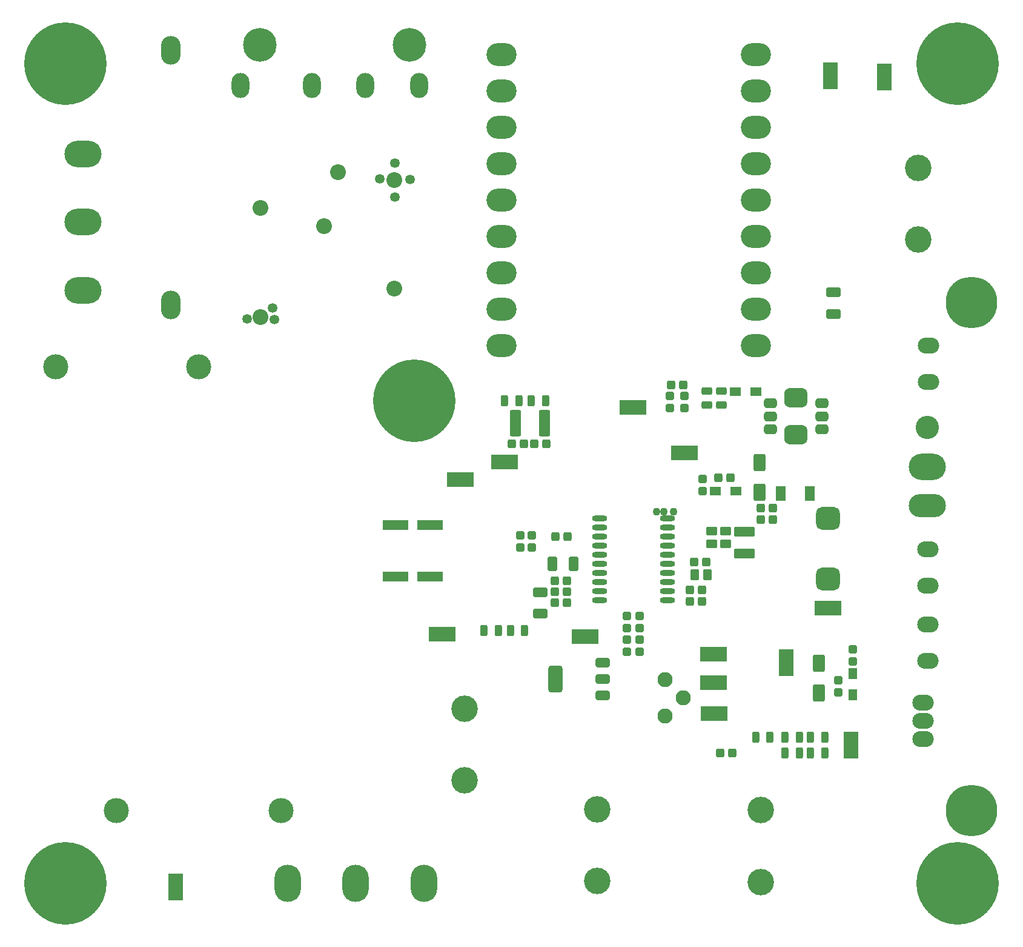
<source format=gts>
G04 Layer_Color=8388736*
%FSLAX25Y25*%
%MOIN*%
G70*
G01*
G75*
G04:AMPARAMS|DCode=87|XSize=63.12mil|YSize=47.37mil|CornerRadius=8.92mil|HoleSize=0mil|Usage=FLASHONLY|Rotation=90.000|XOffset=0mil|YOffset=0mil|HoleType=Round|Shape=RoundedRectangle|*
%AMROUNDEDRECTD87*
21,1,0.06312,0.02953,0,0,90.0*
21,1,0.04528,0.04737,0,0,90.0*
1,1,0.01784,0.01476,0.02264*
1,1,0.01784,0.01476,-0.02264*
1,1,0.01784,-0.01476,-0.02264*
1,1,0.01784,-0.01476,0.02264*
%
%ADD87ROUNDEDRECTD87*%
%ADD88R,0.07887X0.14579*%
G04:AMPARAMS|DCode=89|XSize=59.18mil|YSize=39.5mil|CornerRadius=7.94mil|HoleSize=0mil|Usage=FLASHONLY|Rotation=0.000|XOffset=0mil|YOffset=0mil|HoleType=Round|Shape=RoundedRectangle|*
%AMROUNDEDRECTD89*
21,1,0.05918,0.02362,0,0,0.0*
21,1,0.04331,0.03950,0,0,0.0*
1,1,0.01587,0.02165,-0.01181*
1,1,0.01587,-0.02165,-0.01181*
1,1,0.01587,-0.02165,0.01181*
1,1,0.01587,0.02165,0.01181*
%
%ADD89ROUNDEDRECTD89*%
G04:AMPARAMS|DCode=90|XSize=78.87mil|YSize=53.28mil|CornerRadius=9.66mil|HoleSize=0mil|Usage=FLASHONLY|Rotation=180.000|XOffset=0mil|YOffset=0mil|HoleType=Round|Shape=RoundedRectangle|*
%AMROUNDEDRECTD90*
21,1,0.07887,0.03396,0,0,180.0*
21,1,0.05955,0.05328,0,0,180.0*
1,1,0.01932,-0.02977,0.01698*
1,1,0.01932,0.02977,0.01698*
1,1,0.01932,0.02977,-0.01698*
1,1,0.01932,-0.02977,-0.01698*
%
%ADD90ROUNDEDRECTD90*%
G04:AMPARAMS|DCode=91|XSize=94.61mil|YSize=67.06mil|CornerRadius=11.38mil|HoleSize=0mil|Usage=FLASHONLY|Rotation=270.000|XOffset=0mil|YOffset=0mil|HoleType=Round|Shape=RoundedRectangle|*
%AMROUNDEDRECTD91*
21,1,0.09461,0.04429,0,0,270.0*
21,1,0.07185,0.06706,0,0,270.0*
1,1,0.02276,-0.02215,-0.03593*
1,1,0.02276,-0.02215,0.03593*
1,1,0.02276,0.02215,0.03593*
1,1,0.02276,0.02215,-0.03593*
%
%ADD91ROUNDEDRECTD91*%
%ADD92O,0.08280X0.03162*%
%ADD93R,0.14579X0.07887*%
G04:AMPARAMS|DCode=94|XSize=59.18mil|YSize=39.5mil|CornerRadius=7.94mil|HoleSize=0mil|Usage=FLASHONLY|Rotation=90.000|XOffset=0mil|YOffset=0mil|HoleType=Round|Shape=RoundedRectangle|*
%AMROUNDEDRECTD94*
21,1,0.05918,0.02362,0,0,90.0*
21,1,0.04331,0.03950,0,0,90.0*
1,1,0.01587,0.01181,0.02165*
1,1,0.01587,0.01181,-0.02165*
1,1,0.01587,-0.01181,-0.02165*
1,1,0.01587,-0.01181,0.02165*
%
%ADD94ROUNDEDRECTD94*%
G04:AMPARAMS|DCode=95|XSize=78.87mil|YSize=53.28mil|CornerRadius=9.66mil|HoleSize=0mil|Usage=FLASHONLY|Rotation=270.000|XOffset=0mil|YOffset=0mil|HoleType=Round|Shape=RoundedRectangle|*
%AMROUNDEDRECTD95*
21,1,0.07887,0.03396,0,0,270.0*
21,1,0.05955,0.05328,0,0,270.0*
1,1,0.01932,-0.01698,-0.02977*
1,1,0.01932,-0.01698,0.02977*
1,1,0.01932,0.01698,0.02977*
1,1,0.01932,0.01698,-0.02977*
%
%ADD95ROUNDEDRECTD95*%
G04:AMPARAMS|DCode=96|XSize=47.37mil|YSize=43.43mil|CornerRadius=8.43mil|HoleSize=0mil|Usage=FLASHONLY|Rotation=270.000|XOffset=0mil|YOffset=0mil|HoleType=Round|Shape=RoundedRectangle|*
%AMROUNDEDRECTD96*
21,1,0.04737,0.02658,0,0,270.0*
21,1,0.03051,0.04343,0,0,270.0*
1,1,0.01686,-0.01329,-0.01526*
1,1,0.01686,-0.01329,0.01526*
1,1,0.01686,0.01329,0.01526*
1,1,0.01686,0.01329,-0.01526*
%
%ADD96ROUNDEDRECTD96*%
G04:AMPARAMS|DCode=97|XSize=47.37mil|YSize=43.43mil|CornerRadius=8.43mil|HoleSize=0mil|Usage=FLASHONLY|Rotation=180.000|XOffset=0mil|YOffset=0mil|HoleType=Round|Shape=RoundedRectangle|*
%AMROUNDEDRECTD97*
21,1,0.04737,0.02658,0,0,180.0*
21,1,0.03051,0.04343,0,0,180.0*
1,1,0.01686,-0.01526,0.01329*
1,1,0.01686,0.01526,0.01329*
1,1,0.01686,0.01526,-0.01329*
1,1,0.01686,-0.01526,-0.01329*
%
%ADD97ROUNDEDRECTD97*%
%ADD98R,0.05682X0.08241*%
%ADD99R,0.14186X0.05524*%
G04:AMPARAMS|DCode=100|XSize=70.99mil|YSize=55.24mil|CornerRadius=15.81mil|HoleSize=0mil|Usage=FLASHONLY|Rotation=180.000|XOffset=0mil|YOffset=0mil|HoleType=Round|Shape=RoundedRectangle|*
%AMROUNDEDRECTD100*
21,1,0.07099,0.02362,0,0,180.0*
21,1,0.03937,0.05524,0,0,180.0*
1,1,0.03162,-0.01969,0.01181*
1,1,0.03162,0.01969,0.01181*
1,1,0.03162,0.01969,-0.01181*
1,1,0.03162,-0.01969,-0.01181*
%
%ADD100ROUNDEDRECTD100*%
G04:AMPARAMS|DCode=101|XSize=126.11mil|YSize=106.42mil|CornerRadius=28.61mil|HoleSize=0mil|Usage=FLASHONLY|Rotation=180.000|XOffset=0mil|YOffset=0mil|HoleType=Round|Shape=RoundedRectangle|*
%AMROUNDEDRECTD101*
21,1,0.12611,0.04921,0,0,180.0*
21,1,0.06890,0.10642,0,0,180.0*
1,1,0.05721,-0.03445,0.02461*
1,1,0.05721,0.03445,0.02461*
1,1,0.05721,0.03445,-0.02461*
1,1,0.05721,-0.03445,-0.02461*
%
%ADD101ROUNDEDRECTD101*%
%ADD102R,0.06076X0.04737*%
%ADD103R,0.04737X0.06076*%
G04:AMPARAMS|DCode=104|XSize=145.79mil|YSize=63.12mil|CornerRadius=10.89mil|HoleSize=0mil|Usage=FLASHONLY|Rotation=270.000|XOffset=0mil|YOffset=0mil|HoleType=Round|Shape=RoundedRectangle|*
%AMROUNDEDRECTD104*
21,1,0.14579,0.04134,0,0,270.0*
21,1,0.12402,0.06312,0,0,270.0*
1,1,0.02178,-0.02067,-0.06201*
1,1,0.02178,-0.02067,0.06201*
1,1,0.02178,0.02067,0.06201*
1,1,0.02178,0.02067,-0.06201*
%
%ADD104ROUNDEDRECTD104*%
G04:AMPARAMS|DCode=105|XSize=130.05mil|YSize=126.11mil|CornerRadius=33.53mil|HoleSize=0mil|Usage=FLASHONLY|Rotation=180.000|XOffset=0mil|YOffset=0mil|HoleType=Round|Shape=RoundedRectangle|*
%AMROUNDEDRECTD105*
21,1,0.13005,0.05906,0,0,180.0*
21,1,0.06299,0.12611,0,0,180.0*
1,1,0.06706,-0.03150,0.02953*
1,1,0.06706,0.03150,0.02953*
1,1,0.06706,0.03150,-0.02953*
1,1,0.06706,-0.03150,-0.02953*
%
%ADD105ROUNDEDRECTD105*%
G04:AMPARAMS|DCode=106|XSize=114.3mil|YSize=53.28mil|CornerRadius=9.66mil|HoleSize=0mil|Usage=FLASHONLY|Rotation=0.000|XOffset=0mil|YOffset=0mil|HoleType=Round|Shape=RoundedRectangle|*
%AMROUNDEDRECTD106*
21,1,0.11430,0.03396,0,0,0.0*
21,1,0.09498,0.05328,0,0,0.0*
1,1,0.01932,0.04749,-0.01698*
1,1,0.01932,-0.04749,-0.01698*
1,1,0.01932,-0.04749,0.01698*
1,1,0.01932,0.04749,0.01698*
%
%ADD106ROUNDEDRECTD106*%
G04:AMPARAMS|DCode=107|XSize=63.12mil|YSize=47.37mil|CornerRadius=8.92mil|HoleSize=0mil|Usage=FLASHONLY|Rotation=0.000|XOffset=0mil|YOffset=0mil|HoleType=Round|Shape=RoundedRectangle|*
%AMROUNDEDRECTD107*
21,1,0.06312,0.02953,0,0,0.0*
21,1,0.04528,0.04737,0,0,0.0*
1,1,0.01784,0.02264,-0.01476*
1,1,0.01784,-0.02264,-0.01476*
1,1,0.01784,-0.02264,0.01476*
1,1,0.01784,0.02264,0.01476*
%
%ADD107ROUNDEDRECTD107*%
G04:AMPARAMS|DCode=108|XSize=51.31mil|YSize=76.9mil|CornerRadius=9.41mil|HoleSize=0mil|Usage=FLASHONLY|Rotation=90.000|XOffset=0mil|YOffset=0mil|HoleType=Round|Shape=RoundedRectangle|*
%AMROUNDEDRECTD108*
21,1,0.05131,0.05807,0,0,90.0*
21,1,0.03248,0.07690,0,0,90.0*
1,1,0.01883,0.02904,0.01624*
1,1,0.01883,0.02904,-0.01624*
1,1,0.01883,-0.02904,-0.01624*
1,1,0.01883,-0.02904,0.01624*
%
%ADD108ROUNDEDRECTD108*%
G04:AMPARAMS|DCode=109|XSize=51.31mil|YSize=76.9mil|CornerRadius=9.41mil|HoleSize=0mil|Usage=FLASHONLY|Rotation=90.000|XOffset=0mil|YOffset=0mil|HoleType=Round|Shape=RoundedRectangle|*
%AMROUNDEDRECTD109*
21,1,0.05131,0.05807,0,0,90.0*
21,1,0.03248,0.07690,0,0,90.0*
1,1,0.01883,0.02904,0.01624*
1,1,0.01883,0.02904,-0.01624*
1,1,0.01883,-0.02904,-0.01624*
1,1,0.01883,-0.02904,0.01624*
%
%ADD109ROUNDEDRECTD109*%
G04:AMPARAMS|DCode=110|XSize=145.79mil|YSize=76.9mil|CornerRadius=12.61mil|HoleSize=0mil|Usage=FLASHONLY|Rotation=90.000|XOffset=0mil|YOffset=0mil|HoleType=Round|Shape=RoundedRectangle|*
%AMROUNDEDRECTD110*
21,1,0.14579,0.05167,0,0,90.0*
21,1,0.12057,0.07690,0,0,90.0*
1,1,0.02522,0.02584,0.06029*
1,1,0.02522,0.02584,-0.06029*
1,1,0.02522,-0.02584,-0.06029*
1,1,0.02522,-0.02584,0.06029*
%
%ADD110ROUNDEDRECTD110*%
%ADD111C,0.18517*%
%ADD112C,0.45370*%
%ADD113C,0.14579*%
%ADD114O,0.16548X0.12611*%
%ADD115O,0.20485X0.14579*%
%ADD116O,0.10800X0.15800*%
%ADD117C,0.08674*%
%ADD118O,0.09800X0.13800*%
%ADD119C,0.13800*%
%ADD120O,0.20485X0.14579*%
%ADD121C,0.12800*%
%ADD122O,0.20485X0.12800*%
%ADD123C,0.08300*%
%ADD124O,0.14579X0.20485*%
%ADD125C,0.28359*%
%ADD126O,0.11800X0.08800*%
%ADD127C,0.05300*%
%ADD128C,0.04300*%
D87*
X371257Y194500D02*
D03*
X378343D02*
D03*
D88*
X475500Y468300D02*
D03*
X421700Y146300D02*
D03*
X457100Y101000D02*
D03*
X446000Y468800D02*
D03*
X85500Y22900D02*
D03*
D89*
X385958Y295698D02*
D03*
Y287824D02*
D03*
X377958Y295635D02*
D03*
Y287761D02*
D03*
D90*
X447500Y337995D02*
D03*
Y349805D02*
D03*
X286100Y173094D02*
D03*
Y184906D02*
D03*
D91*
X406900Y239832D02*
D03*
Y256368D02*
D03*
X439700Y145968D02*
D03*
Y129432D02*
D03*
D92*
X356201Y180700D02*
D03*
Y185700D02*
D03*
Y190700D02*
D03*
Y195700D02*
D03*
Y200700D02*
D03*
Y205700D02*
D03*
Y210700D02*
D03*
Y215700D02*
D03*
Y220700D02*
D03*
Y225700D02*
D03*
X318799Y180700D02*
D03*
Y185700D02*
D03*
Y190700D02*
D03*
Y195700D02*
D03*
Y200700D02*
D03*
Y205700D02*
D03*
Y210700D02*
D03*
Y215700D02*
D03*
Y220700D02*
D03*
Y225700D02*
D03*
D93*
X365700Y261500D02*
D03*
X311000Y160600D02*
D03*
X266700Y256600D02*
D03*
X232300Y161800D02*
D03*
X242300Y246900D02*
D03*
X381800Y118200D02*
D03*
X381700Y150900D02*
D03*
X337200Y286500D02*
D03*
X381700Y135100D02*
D03*
X444700Y176100D02*
D03*
D94*
X277637Y163800D02*
D03*
X269763D02*
D03*
X289237Y290400D02*
D03*
X281363D02*
D03*
X263237Y163800D02*
D03*
X255363D02*
D03*
X274537Y290400D02*
D03*
X266663D02*
D03*
X412700Y105100D02*
D03*
X404826D02*
D03*
X442937D02*
D03*
X435063D02*
D03*
X428879D02*
D03*
X421005D02*
D03*
X428942Y96600D02*
D03*
X421068D02*
D03*
X442942D02*
D03*
X435068D02*
D03*
D95*
X292789Y200700D02*
D03*
X304600D02*
D03*
D96*
X300946Y179105D02*
D03*
X294253D02*
D03*
Y185105D02*
D03*
X300946D02*
D03*
X407453Y224900D02*
D03*
X414147D02*
D03*
X407453Y231200D02*
D03*
X414147D02*
D03*
X370953Y201500D02*
D03*
X377646D02*
D03*
X301247Y215500D02*
D03*
X294553D02*
D03*
X289647Y266600D02*
D03*
X282954D02*
D03*
X277246D02*
D03*
X270553D02*
D03*
X300946Y191105D02*
D03*
X294253D02*
D03*
X385154Y96600D02*
D03*
X391846D02*
D03*
X368653Y186100D02*
D03*
X375346D02*
D03*
X368653Y179900D02*
D03*
X375346D02*
D03*
X391052Y248000D02*
D03*
X384359D02*
D03*
X364809Y298969D02*
D03*
X358116D02*
D03*
D97*
X333800Y165158D02*
D03*
Y171852D02*
D03*
X275100Y216347D02*
D03*
Y209653D02*
D03*
X281700D02*
D03*
Y216347D02*
D03*
X458305Y147054D02*
D03*
Y153746D02*
D03*
X450305Y130053D02*
D03*
Y136747D02*
D03*
X375705Y240653D02*
D03*
Y247346D02*
D03*
X340800Y152158D02*
D03*
Y158852D02*
D03*
X333800D02*
D03*
Y152158D02*
D03*
X340800Y165158D02*
D03*
Y171851D02*
D03*
X357462Y292815D02*
D03*
Y286122D02*
D03*
X365462Y292815D02*
D03*
Y286122D02*
D03*
D98*
X434531Y239100D02*
D03*
X418469D02*
D03*
D99*
X206700Y193700D02*
D03*
X225598D02*
D03*
X206702Y222000D02*
D03*
X225600D02*
D03*
D100*
X441173Y274416D02*
D03*
Y281700D02*
D03*
Y288983D02*
D03*
X412827D02*
D03*
Y281700D02*
D03*
Y274416D02*
D03*
D101*
X427000Y271464D02*
D03*
Y291936D02*
D03*
D102*
X382496Y240500D02*
D03*
X393914D02*
D03*
X393588Y295300D02*
D03*
X405005D02*
D03*
D103*
X458305Y140109D02*
D03*
Y128691D02*
D03*
D104*
X288676Y277800D02*
D03*
X272534D02*
D03*
D105*
X444600Y192168D02*
D03*
Y225632D02*
D03*
D106*
X398700Y206395D02*
D03*
Y218205D02*
D03*
D107*
X380500Y211657D02*
D03*
Y218743D02*
D03*
X388200Y211557D02*
D03*
Y218643D02*
D03*
D108*
X320492Y128245D02*
D03*
D109*
Y137300D02*
D03*
Y146355D02*
D03*
D110*
X294508Y137300D02*
D03*
D111*
X131780Y485810D02*
D03*
X214220D02*
D03*
D112*
X216900Y290400D02*
D03*
X25005Y475500D02*
D03*
X515950D02*
D03*
Y25000D02*
D03*
X25005D02*
D03*
D113*
X244600Y81700D02*
D03*
Y121070D02*
D03*
X407600Y65085D02*
D03*
Y25715D02*
D03*
X494100Y418270D02*
D03*
Y378900D02*
D03*
X317500Y65585D02*
D03*
Y26215D02*
D03*
D114*
X404800Y400500D02*
D03*
X264800Y420500D02*
D03*
Y400500D02*
D03*
Y440500D02*
D03*
Y460500D02*
D03*
Y380500D02*
D03*
Y360500D02*
D03*
Y340500D02*
D03*
Y320500D02*
D03*
X404800D02*
D03*
Y340500D02*
D03*
Y360500D02*
D03*
Y380500D02*
D03*
Y460500D02*
D03*
Y440500D02*
D03*
Y420500D02*
D03*
X264800Y480500D02*
D03*
X404800D02*
D03*
D115*
X34505Y425980D02*
D03*
Y351020D02*
D03*
Y388500D02*
D03*
D116*
X82900Y342800D02*
D03*
Y482800D02*
D03*
D117*
X174880Y415928D02*
D03*
X167400Y386400D02*
D03*
X132300Y396121D02*
D03*
Y336279D02*
D03*
X206000Y411721D02*
D03*
Y351879D02*
D03*
D118*
X121102Y463700D02*
D03*
X160472D02*
D03*
X190000D02*
D03*
X219528D02*
D03*
D119*
X19505Y309000D02*
D03*
X98245D02*
D03*
X52970Y64906D02*
D03*
X143521D02*
D03*
D120*
X499374Y254026D02*
D03*
D121*
Y275426D02*
D03*
D122*
Y232626D02*
D03*
D123*
X354900Y116800D02*
D03*
Y136800D02*
D03*
X364900Y126800D02*
D03*
D124*
X147220Y24800D02*
D03*
X222180D02*
D03*
X184700D02*
D03*
D125*
X523574Y344246D02*
D03*
Y64954D02*
D03*
D126*
X499674Y188700D02*
D03*
Y208700D02*
D03*
X499700Y147400D02*
D03*
Y167400D02*
D03*
X497000Y104300D02*
D03*
Y114300D02*
D03*
Y124300D02*
D03*
X499774Y300626D02*
D03*
Y320626D02*
D03*
D127*
X206100Y421000D02*
D03*
X197900Y412400D02*
D03*
X214700Y411800D02*
D03*
X206100Y402100D02*
D03*
X124900Y335400D02*
D03*
X140000Y334900D02*
D03*
X138800Y341200D02*
D03*
D128*
X294553Y215500D02*
D03*
X350200Y229100D02*
D03*
X354400Y229200D02*
D03*
X359500D02*
D03*
M02*

</source>
